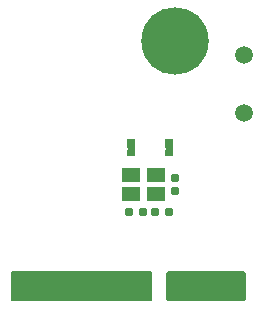
<source format=gbs>
%TF.GenerationSoftware,KiCad,Pcbnew,8.0.8*%
%TF.CreationDate,2025-02-15T11:44:30-05:00*%
%TF.ProjectId,caravel-M.2-card-QFN,63617261-7665-46c2-9d4d-2e322d636172,1*%
%TF.SameCoordinates,Original*%
%TF.FileFunction,Soldermask,Bot*%
%TF.FilePolarity,Negative*%
%FSLAX46Y46*%
G04 Gerber Fmt 4.6, Leading zero omitted, Abs format (unit mm)*
G04 Created by KiCad (PCBNEW 8.0.8) date 2025-02-15 11:44:30*
%MOMM*%
%LPD*%
G01*
G04 APERTURE LIST*
G04 Aperture macros list*
%AMRoundRect*
0 Rectangle with rounded corners*
0 $1 Rounding radius*
0 $2 $3 $4 $5 $6 $7 $8 $9 X,Y pos of 4 corners*
0 Add a 4 corners polygon primitive as box body*
4,1,4,$2,$3,$4,$5,$6,$7,$8,$9,$2,$3,0*
0 Add four circle primitives for the rounded corners*
1,1,$1+$1,$2,$3*
1,1,$1+$1,$4,$5*
1,1,$1+$1,$6,$7*
1,1,$1+$1,$8,$9*
0 Add four rect primitives between the rounded corners*
20,1,$1+$1,$2,$3,$4,$5,0*
20,1,$1+$1,$4,$5,$6,$7,0*
20,1,$1+$1,$6,$7,$8,$9,0*
20,1,$1+$1,$8,$9,$2,$3,0*%
%AMFreePoly0*
4,1,6,0.300000,0.000000,0.400000,-0.300000,-0.300000,-0.300000,-0.300000,0.300000,0.400000,0.300000,0.300000,0.000000,0.300000,0.000000,$1*%
%AMFreePoly1*
4,1,6,0.250000,-0.300000,-0.250000,-0.300000,-0.350000,0.000000,-0.250000,0.300000,0.250000,0.300000,0.250000,-0.300000,0.250000,-0.300000,$1*%
G04 Aperture macros list end*
%ADD10R,0.350000X1.950000*%
%ADD11C,5.703200*%
%ADD12C,1.500000*%
%ADD13FreePoly0,270.000000*%
%ADD14FreePoly1,270.000000*%
%ADD15RoundRect,0.155000X-0.155000X0.212500X-0.155000X-0.212500X0.155000X-0.212500X0.155000X0.212500X0*%
%ADD16R,1.600000X1.250000*%
%ADD17RoundRect,0.160000X0.197500X0.160000X-0.197500X0.160000X-0.197500X-0.160000X0.197500X-0.160000X0*%
%ADD18RoundRect,0.155000X-0.212500X-0.155000X0.212500X-0.155000X0.212500X0.155000X-0.212500X0.155000X0*%
G04 APERTURE END LIST*
G36*
X76638729Y-28803049D02*
G01*
X77238729Y-28803049D01*
X77238729Y-30203049D01*
X76638729Y-30203049D01*
X76638729Y-28803049D01*
G37*
G36*
X73438729Y-28803049D02*
G01*
X74038729Y-28803049D01*
X74038729Y-30203049D01*
X73438729Y-30203049D01*
X73438729Y-28803049D01*
G37*
D10*
X82499220Y-40976000D03*
X81998840Y-40976000D03*
X81498460Y-40976000D03*
X80998080Y-40976000D03*
X80497700Y-40976000D03*
X79999860Y-40976000D03*
X79499480Y-40976000D03*
X78999100Y-40976000D03*
X78498720Y-40976000D03*
X77998340Y-40976000D03*
X77497960Y-40976000D03*
X74998600Y-40976000D03*
X74498220Y-40976000D03*
X73997840Y-40976000D03*
X73500000Y-40976000D03*
X73002160Y-40976000D03*
X72501780Y-40976000D03*
X72001400Y-40976000D03*
X71501020Y-40976000D03*
X71000640Y-40976000D03*
X70500260Y-40976000D03*
X70002420Y-40976000D03*
X69502040Y-40976000D03*
X69001660Y-40976000D03*
X68501280Y-40976000D03*
X68000900Y-40976000D03*
X67500520Y-40976000D03*
X67000140Y-40976000D03*
X66502300Y-40976000D03*
X66001920Y-40976000D03*
X65501540Y-40976000D03*
X65001160Y-40976000D03*
X64500780Y-40976000D03*
D11*
X77450000Y-20500000D03*
D12*
X83238729Y-21703049D03*
X83238729Y-26583049D03*
D13*
X76938729Y-29103049D03*
D14*
X76938729Y-29953049D03*
D13*
X73738729Y-29103049D03*
D14*
X73738729Y-29953049D03*
D15*
X77438729Y-32085549D03*
X77438729Y-33220549D03*
D16*
X73738729Y-31853049D03*
X75838729Y-31853049D03*
X75838729Y-33453049D03*
X73738729Y-33453049D03*
D17*
X76936229Y-34953049D03*
X75741229Y-34953049D03*
D18*
X73571229Y-34953049D03*
X74706229Y-34953049D03*
G36*
X83343039Y-40022734D02*
G01*
X83388794Y-40075538D01*
X83400000Y-40127049D01*
X83400000Y-42376000D01*
X83380315Y-42443039D01*
X83327511Y-42488794D01*
X83276000Y-42500000D01*
X76824000Y-42500000D01*
X76756961Y-42480315D01*
X76711206Y-42427511D01*
X76700000Y-42376000D01*
X76700000Y-40127049D01*
X76719685Y-40060010D01*
X76772489Y-40014255D01*
X76824000Y-40003049D01*
X83276000Y-40003049D01*
X83343039Y-40022734D01*
G37*
G36*
X75443039Y-40022734D02*
G01*
X75488794Y-40075538D01*
X75500000Y-40127049D01*
X75500000Y-42376000D01*
X75480315Y-42443039D01*
X75427511Y-42488794D01*
X75376000Y-42500000D01*
X63624000Y-42500000D01*
X63556961Y-42480315D01*
X63511206Y-42427511D01*
X63500000Y-42376000D01*
X63500000Y-40127049D01*
X63519685Y-40060010D01*
X63572489Y-40014255D01*
X63624000Y-40003049D01*
X75376000Y-40003049D01*
X75443039Y-40022734D01*
G37*
M02*

</source>
